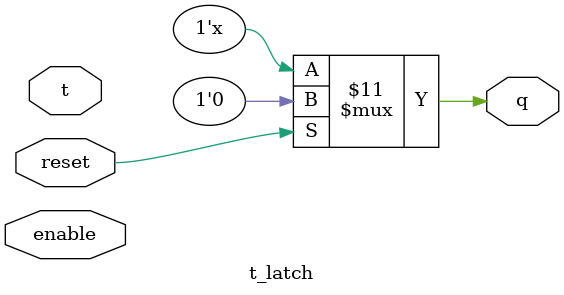
<source format=v>
module t_latch(input enable, reset, t, output reg q);
  initial 
    q=0;
  always@(t or enable or reset) begin
    if(reset)
      q<=0;
    else if(enable) begin
      if(t==1)
        q<=~q;
      else
        q<=q;
    end
  end
endmodule

</source>
